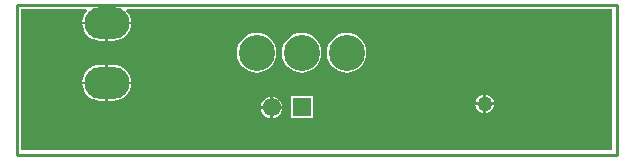
<source format=gbl>
G04*
G04 #@! TF.GenerationSoftware,Altium Limited,Altium Designer,18.1.9 (240)*
G04*
G04 Layer_Physical_Order=2*
G04 Layer_Color=16711680*
%FSLAX24Y24*%
%MOIN*%
G70*
G01*
G75*
%ADD10C,0.0100*%
%ADD26O,0.1500X0.1063*%
%ADD27C,0.1200*%
%ADD28R,0.0610X0.0610*%
%ADD29C,0.0610*%
%ADD30C,0.0500*%
G36*
X19847Y153D02*
X153D01*
Y4847D01*
X2325D01*
X2347Y4797D01*
X2287Y4724D01*
X2232Y4621D01*
X2199Y4510D01*
X2191Y4434D01*
X3000D01*
X3809D01*
X3801Y4510D01*
X3768Y4621D01*
X3713Y4724D01*
X3653Y4797D01*
X3675Y4847D01*
X19847D01*
Y153D01*
D02*
G37*
%LPC*%
G36*
X3809Y4354D02*
X3040D01*
Y3799D01*
X3219D01*
X3334Y3811D01*
X3446Y3845D01*
X3549Y3900D01*
X3639Y3973D01*
X3713Y4063D01*
X3768Y4166D01*
X3801Y4278D01*
X3809Y4354D01*
D02*
G37*
G36*
X2960D02*
X2191D01*
X2199Y4278D01*
X2232Y4166D01*
X2287Y4063D01*
X2361Y3973D01*
X2451Y3900D01*
X2554Y3845D01*
X2666Y3811D01*
X2781Y3799D01*
X2960D01*
Y4354D01*
D02*
G37*
G36*
X11000Y4057D02*
X10871Y4044D01*
X10746Y4006D01*
X10632Y3945D01*
X10531Y3863D01*
X10449Y3762D01*
X10387Y3647D01*
X10350Y3523D01*
X10337Y3394D01*
X10350Y3264D01*
X10387Y3140D01*
X10449Y3025D01*
X10531Y2925D01*
X10632Y2842D01*
X10746Y2781D01*
X10871Y2743D01*
X11000Y2731D01*
X11129Y2743D01*
X11254Y2781D01*
X11368Y2842D01*
X11469Y2925D01*
X11551Y3025D01*
X11613Y3140D01*
X11650Y3264D01*
X11663Y3394D01*
X11650Y3523D01*
X11613Y3647D01*
X11551Y3762D01*
X11469Y3863D01*
X11368Y3945D01*
X11254Y4006D01*
X11129Y4044D01*
X11000Y4057D01*
D02*
G37*
G36*
X9500D02*
X9371Y4044D01*
X9246Y4006D01*
X9132Y3945D01*
X9031Y3863D01*
X8949Y3762D01*
X8887Y3647D01*
X8850Y3523D01*
X8837Y3394D01*
X8850Y3264D01*
X8887Y3140D01*
X8949Y3025D01*
X9031Y2925D01*
X9132Y2842D01*
X9246Y2781D01*
X9371Y2743D01*
X9500Y2731D01*
X9629Y2743D01*
X9754Y2781D01*
X9868Y2842D01*
X9969Y2925D01*
X10051Y3025D01*
X10113Y3140D01*
X10150Y3264D01*
X10163Y3394D01*
X10150Y3523D01*
X10113Y3647D01*
X10051Y3762D01*
X9969Y3863D01*
X9868Y3945D01*
X9754Y4006D01*
X9629Y4044D01*
X9500Y4057D01*
D02*
G37*
G36*
X8000D02*
X7871Y4044D01*
X7746Y4006D01*
X7632Y3945D01*
X7531Y3863D01*
X7449Y3762D01*
X7387Y3647D01*
X7350Y3523D01*
X7337Y3394D01*
X7350Y3264D01*
X7387Y3140D01*
X7449Y3025D01*
X7531Y2925D01*
X7632Y2842D01*
X7746Y2781D01*
X7871Y2743D01*
X8000Y2731D01*
X8129Y2743D01*
X8254Y2781D01*
X8368Y2842D01*
X8469Y2925D01*
X8551Y3025D01*
X8613Y3140D01*
X8650Y3264D01*
X8663Y3394D01*
X8650Y3523D01*
X8613Y3647D01*
X8551Y3762D01*
X8469Y3863D01*
X8368Y3945D01*
X8254Y4006D01*
X8129Y4044D01*
X8000Y4057D01*
D02*
G37*
G36*
X3219Y2988D02*
X3040D01*
Y2434D01*
X3809D01*
X3801Y2510D01*
X3768Y2621D01*
X3713Y2724D01*
X3639Y2814D01*
X3549Y2888D01*
X3446Y2943D01*
X3334Y2977D01*
X3219Y2988D01*
D02*
G37*
G36*
X2960D02*
X2781D01*
X2666Y2977D01*
X2554Y2943D01*
X2451Y2888D01*
X2361Y2814D01*
X2287Y2724D01*
X2232Y2621D01*
X2199Y2510D01*
X2191Y2434D01*
X2960D01*
Y2988D01*
D02*
G37*
G36*
X3809Y2354D02*
X3040D01*
Y1799D01*
X3219D01*
X3334Y1811D01*
X3446Y1845D01*
X3549Y1900D01*
X3639Y1973D01*
X3713Y2063D01*
X3768Y2166D01*
X3801Y2278D01*
X3809Y2354D01*
D02*
G37*
G36*
X2960D02*
X2191D01*
X2199Y2278D01*
X2232Y2166D01*
X2287Y2063D01*
X2361Y1973D01*
X2451Y1900D01*
X2554Y1845D01*
X2666Y1811D01*
X2781Y1799D01*
X2960D01*
Y2354D01*
D02*
G37*
G36*
X15640Y2007D02*
Y1740D01*
X15907D01*
X15902Y1781D01*
X15871Y1856D01*
X15821Y1921D01*
X15756Y1971D01*
X15681Y2002D01*
X15640Y2007D01*
D02*
G37*
G36*
X15560D02*
X15519Y2002D01*
X15444Y1971D01*
X15379Y1921D01*
X15329Y1856D01*
X15298Y1781D01*
X15293Y1740D01*
X15560D01*
Y2007D01*
D02*
G37*
G36*
X8540Y1938D02*
Y1615D01*
X8863D01*
X8856Y1671D01*
X8819Y1759D01*
X8760Y1836D01*
X8684Y1894D01*
X8595Y1931D01*
X8540Y1938D01*
D02*
G37*
G36*
X8460D02*
X8405Y1931D01*
X8316Y1894D01*
X8240Y1836D01*
X8181Y1759D01*
X8144Y1671D01*
X8137Y1615D01*
X8460D01*
Y1938D01*
D02*
G37*
G36*
X15907Y1660D02*
X15640D01*
Y1393D01*
X15681Y1398D01*
X15756Y1429D01*
X15821Y1479D01*
X15871Y1544D01*
X15902Y1619D01*
X15907Y1660D01*
D02*
G37*
G36*
X15560D02*
X15293D01*
X15298Y1619D01*
X15329Y1544D01*
X15379Y1479D01*
X15444Y1429D01*
X15519Y1398D01*
X15560Y1393D01*
Y1660D01*
D02*
G37*
G36*
X8863Y1535D02*
X8540D01*
Y1212D01*
X8595Y1219D01*
X8684Y1256D01*
X8760Y1315D01*
X8819Y1391D01*
X8856Y1480D01*
X8863Y1535D01*
D02*
G37*
G36*
X8460D02*
X8137D01*
X8144Y1480D01*
X8181Y1391D01*
X8240Y1315D01*
X8316Y1256D01*
X8405Y1219D01*
X8460Y1212D01*
Y1535D01*
D02*
G37*
G36*
X9865Y1940D02*
X9135D01*
Y1210D01*
X9865D01*
Y1940D01*
D02*
G37*
%LPD*%
D10*
X0Y0D02*
X20000D01*
Y5000D01*
X0D02*
X20000D01*
X0Y1700D02*
Y5000D01*
Y0D02*
Y1700D01*
D26*
X3000Y4394D02*
D03*
Y2394D02*
D03*
D27*
X11000Y3394D02*
D03*
X8000D02*
D03*
X9500D02*
D03*
D28*
Y1575D02*
D03*
D29*
X8500D02*
D03*
D30*
X15600Y1700D02*
D03*
M02*

</source>
